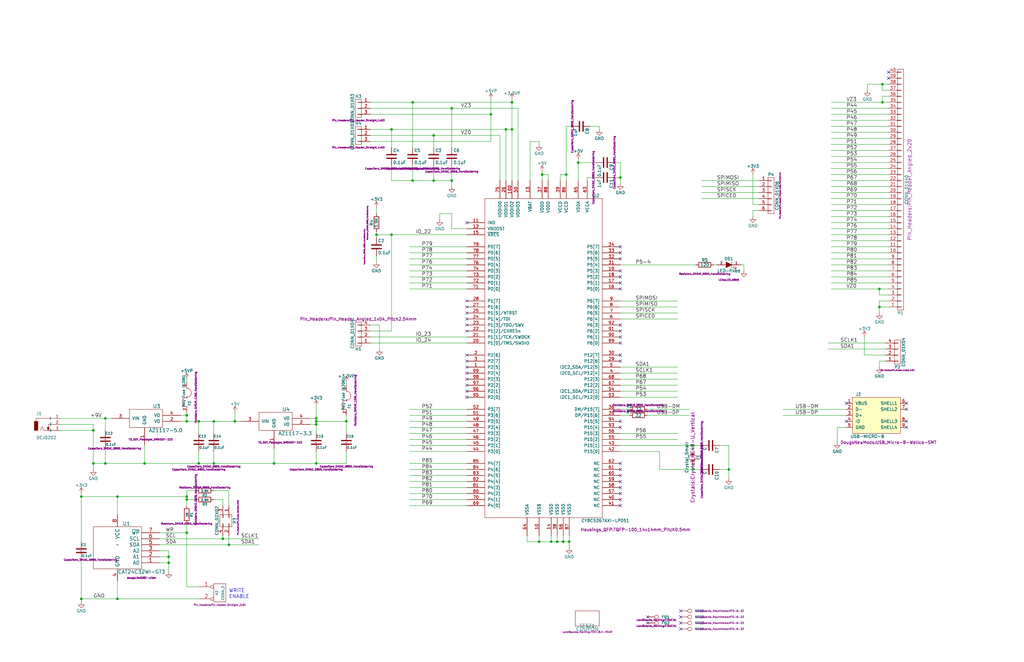
<source format=kicad_sch>
(kicad_sch (version 20211123) (generator eeschema)
  (paper "B")
  (title_block (title "ODAS-PSOC5 Card") (date "2022-09-04") (rev "X4"))
  (junction (at 370.84 129.54))
  (junction (at 182.88 57.15))
  (junction (at 115.57 195.58))
  (junction (at 90.17 195.58))
  (junction (at 39.37 195.58))
  (junction (at 34.29 252.73))
  (junction (at 227.33 228.6))
  (junction (at 60.96 195.58))
  (junction (at 173.99 76.2))
  (junction (at 190.5 76.2))
  (junction (at 215.9 43.18))
  (junction (at 237.49 228.6))
  (junction (at 207.01 48.26))
  (junction (at 44.45 176.53))
  (junction (at 240.03 228.6))
  (junction (at 133.35 176.53))
  (junction (at 165.1 54.61))
  (junction (at 182.88 76.2))
  (junction (at 238.76 73.66))
  (junction (at 34.29 209.55))
  (junction (at 243.84 68.58))
  (junction (at 133.35 177.8))
  (junction (at 158.75 99.06))
  (junction (at 78.74 210.82))
  (junction (at 292.1 187.96))
  (junction (at 93.98 227.33))
  (junction (at 190.5 45.72))
  (junction (at 49.53 209.55))
  (junction (at 78.74 177.8))
  (junction (at 372.11 43.18))
  (junction (at 307.34 198.12))
  (junction (at 213.36 54.61))
  (junction (at 90.17 177.8))
  (junction (at 215.9 54.61))
  (junction (at 39.37 181.61))
  (junction (at 78.74 175.26))
  (junction (at 261.62 74.93))
  (junction (at 370.84 121.92))
  (junction (at 49.53 252.73))
  (junction (at 232.41 228.6))
  (junction (at 78.74 224.79))
  (junction (at 173.99 43.18))
  (junction (at 372.11 35.56))
  (junction (at 96.52 229.87))
  (junction (at 146.05 177.8))
  (junction (at 133.35 179.07))
  (junction (at 99.06 177.8))
  (junction (at 83.82 195.58))
  (junction (at 292.1 198.12))
  (junction (at 71.12 237.49))
  (junction (at 133.35 195.58))
  (junction (at 165.1 99.06))
  (junction (at 44.45 195.58))
  (junction (at 83.82 177.8))
  (junction (at 234.95 228.6))
  (junction (at 78.74 209.55))
  (junction (at 228.6 73.66))
  (junction (at 71.12 234.95))
  (no_connect (at 261.62 109.22))
  (no_connect (at 287.02 262.89))
  (no_connect (at 196.85 152.4))
  (no_connect (at 196.85 154.94))
  (no_connect (at 374.65 33.02))
  (no_connect (at 382.27 170.18))
  (no_connect (at 261.62 208.28))
  (no_connect (at 196.85 160.02))
  (no_connect (at 261.62 139.7))
  (no_connect (at 287.02 260.35))
  (no_connect (at 261.62 177.8))
  (no_connect (at 273.05 260.35))
  (no_connect (at 261.62 116.84))
  (no_connect (at 196.85 127))
  (no_connect (at 261.62 144.78))
  (no_connect (at 261.62 213.36))
  (no_connect (at 261.62 106.68))
  (no_connect (at 382.27 177.8))
  (no_connect (at 261.62 195.58))
  (no_connect (at 196.85 165.1))
  (no_connect (at 261.62 180.34))
  (no_connect (at 261.62 200.66))
  (no_connect (at 196.85 129.54))
  (no_connect (at 261.62 149.86))
  (no_connect (at 382.27 172.72))
  (no_connect (at 261.62 137.16))
  (no_connect (at 261.62 210.82))
  (no_connect (at 261.62 152.4))
  (no_connect (at 196.85 167.64))
  (no_connect (at 196.85 139.7))
  (no_connect (at 287.02 265.43))
  (no_connect (at 261.62 114.3))
  (no_connect (at 196.85 162.56))
  (no_connect (at 196.85 137.16))
  (no_connect (at 382.27 180.34))
  (no_connect (at 273.05 262.89))
  (no_connect (at 287.02 257.81))
  (no_connect (at 374.65 30.48))
  (no_connect (at 356.87 170.18))
  (no_connect (at 261.62 203.2))
  (no_connect (at 196.85 134.62))
  (no_connect (at 356.87 177.8))
  (no_connect (at 261.62 119.38))
  (no_connect (at 261.62 198.12))
  (no_connect (at 261.62 104.14))
  (no_connect (at 196.85 93.98))
  (no_connect (at 196.85 149.86))
  (no_connect (at 261.62 121.92))
  (no_connect (at 196.85 132.08))
  (no_connect (at 261.62 142.24))
  (no_connect (at 196.85 157.48))
  (no_connect (at 261.62 205.74))
  (wire (pts (xy 172.72 187.96) (xy 196.85 187.96)))
  (wire (pts (xy 215.9 41.91) (xy 215.9 43.18)))
  (wire (pts (xy 317.5 86.36) (xy 317.5 73.66)))
  (wire (pts (xy 90.17 190.5) (xy 90.17 195.58)))
  (wire (pts (xy 227.33 226.06) (xy 227.33 228.6)))
  (wire (pts (xy 172.72 180.34) (xy 196.85 180.34)))
  (wire (pts (xy 82.55 210.82) (xy 78.74 210.82)))
  (wire (pts (xy 223.52 76.2) (xy 223.52 59.69)))
  (wire (pts (xy 215.9 54.61) (xy 215.9 76.2)))
  (wire (pts (xy 285.75 129.54) (xy 261.62 129.54)))
  (wire (pts (xy 372.11 43.18) (xy 374.65 43.18)))
  (wire (pts (xy 370.84 121.92) (xy 374.65 121.92)))
  (wire (pts (xy 172.72 200.66) (xy 196.85 200.66)))
  (wire (pts (xy 350.52 71.12) (xy 374.65 71.12)))
  (wire (pts (xy 78.74 220.98) (xy 78.74 224.79)))
  (wire (pts (xy 76.2 177.8) (xy 78.74 177.8)))
  (wire (pts (xy 44.45 181.61) (xy 44.45 176.53)))
  (wire (pts (xy 172.72 205.74) (xy 196.85 205.74)))
  (wire (pts (xy 350.52 63.5) (xy 374.65 63.5)))
  (wire (pts (xy 133.35 190.5) (xy 133.35 195.58)))
  (wire (pts (xy 350.52 43.18) (xy 372.11 43.18)))
  (wire (pts (xy 49.53 209.55) (xy 78.74 209.55)))
  (wire (pts (xy 25.4 176.53) (xy 44.45 176.53)))
  (wire (pts (xy 146.05 175.26) (xy 146.05 177.8)))
  (wire (pts (xy 243.84 68.58) (xy 243.84 76.2)))
  (wire (pts (xy 78.74 175.26) (xy 78.74 177.8)))
  (wire (pts (xy 190.5 45.72) (xy 218.44 45.72)))
  (wire (pts (xy 252.73 53.34) (xy 252.73 54.61)))
  (wire (pts (xy 158.75 99.06) (xy 165.1 99.06)))
  (wire (pts (xy 350.52 88.9) (xy 374.65 88.9)))
  (wire (pts (xy 320.04 78.74) (xy 295.91 78.74)))
  (wire (pts (xy 182.88 76.2) (xy 190.5 76.2)))
  (wire (pts (xy 165.1 54.61) (xy 156.21 54.61)))
  (wire (pts (xy 172.72 185.42) (xy 196.85 185.42)))
  (wire (pts (xy 93.98 210.82) (xy 93.98 213.36)))
  (wire (pts (xy 90.17 182.88) (xy 90.17 177.8)))
  (wire (pts (xy 78.74 247.65) (xy 83.82 247.65)))
  (wire (pts (xy 261.62 68.58) (xy 261.62 74.93)))
  (wire (pts (xy 78.74 161.29) (xy 78.74 160.02)))
  (wire (pts (xy 49.53 252.73) (xy 83.82 252.73)))
  (wire (pts (xy 165.1 76.2) (xy 173.99 76.2)))
  (wire (pts (xy 133.35 179.07) (xy 133.35 182.88)))
  (wire (pts (xy 60.96 195.58) (xy 83.82 195.58)))
  (wire (pts (xy 130.81 179.07) (xy 133.35 179.07)))
  (wire (pts (xy 350.52 68.58) (xy 374.65 68.58)))
  (wire (pts (xy 165.1 62.23) (xy 165.1 54.61)))
  (wire (pts (xy 172.72 175.26) (xy 196.85 175.26)))
  (wire (pts (xy 160.02 137.16) (xy 160.02 147.32)))
  (wire (pts (xy 365.76 35.56) (xy 365.76 38.1)))
  (wire (pts (xy 172.72 210.82) (xy 196.85 210.82)))
  (wire (pts (xy 231.14 73.66) (xy 228.6 73.66)))
  (wire (pts (xy 247.65 74.93) (xy 251.46 74.93)))
  (wire (pts (xy 96.52 226.06) (xy 96.52 229.87)))
  (wire (pts (xy 292.1 187.96) (xy 292.1 190.5)))
  (wire (pts (xy 303.53 187.96) (xy 307.34 187.96)))
  (wire (pts (xy 372.11 38.1) (xy 372.11 35.56)))
  (wire (pts (xy 350.52 50.8) (xy 374.65 50.8)))
  (wire (pts (xy 285.75 132.08) (xy 261.62 132.08)))
  (wire (pts (xy 370.84 129.54) (xy 370.84 132.08)))
  (wire (pts (xy 90.17 195.58) (xy 115.57 195.58)))
  (wire (pts (xy 133.35 177.8) (xy 146.05 177.8)))
  (wire (pts (xy 350.52 58.42) (xy 374.65 58.42)))
  (wire (pts (xy 93.98 226.06) (xy 93.98 227.33)))
  (wire (pts (xy 228.6 72.39) (xy 228.6 73.66)))
  (wire (pts (xy 39.37 181.61) (xy 39.37 195.58)))
  (wire (pts (xy 67.31 227.33) (xy 93.98 227.33)))
  (wire (pts (xy 146.05 195.58) (xy 146.05 190.5)))
  (wire (pts (xy 190.5 69.85) (xy 190.5 76.2)))
  (wire (pts (xy 172.72 177.8) (xy 196.85 177.8)))
  (wire (pts (xy 317.5 88.9) (xy 317.5 91.44)))
  (wire (pts (xy 146.05 177.8) (xy 146.05 182.88)))
  (wire (pts (xy 99.06 177.8) (xy 101.6 177.8)))
  (wire (pts (xy 165.1 69.85) (xy 165.1 76.2)))
  (wire (pts (xy 190.5 90.17) (xy 185.42 90.17)))
  (wire (pts (xy 165.1 99.06) (xy 196.85 99.06)))
  (wire (pts (xy 196.85 144.78) (xy 156.21 144.78)))
  (wire (pts (xy 76.2 175.26) (xy 78.74 175.26)))
  (wire (pts (xy 234.95 228.6) (xy 237.49 228.6)))
  (wire (pts (xy 172.72 109.22) (xy 196.85 109.22)))
  (wire (pts (xy 350.52 93.98) (xy 374.65 93.98)))
  (wire (pts (xy 172.72 195.58) (xy 196.85 195.58)))
  (wire (pts (xy 350.52 83.82) (xy 374.65 83.82)))
  (wire (pts (xy 261.62 74.93) (xy 261.62 77.47)))
  (wire (pts (xy 222.25 228.6) (xy 227.33 228.6)))
  (wire (pts (xy 261.62 111.76) (xy 293.37 111.76)))
  (wire (pts (xy 173.99 43.18) (xy 215.9 43.18)))
  (wire (pts (xy 236.22 76.2) (xy 236.22 73.66)))
  (wire (pts (xy 350.52 111.76) (xy 374.65 111.76)))
  (wire (pts (xy 237.49 226.06) (xy 237.49 228.6)))
  (wire (pts (xy 44.45 176.53) (xy 46.99 176.53)))
  (wire (pts (xy 34.29 252.73) (xy 49.53 252.73)))
  (wire (pts (xy 261.62 185.42) (xy 285.75 185.42)))
  (wire (pts (xy 278.13 198.12) (xy 278.13 190.5)))
  (wire (pts (xy 44.45 189.23) (xy 44.45 195.58)))
  (wire (pts (xy 278.13 190.5) (xy 261.62 190.5)))
  (wire (pts (xy 133.35 176.53) (xy 133.35 177.8)))
  (wire (pts (xy 236.22 73.66) (xy 238.76 73.66)))
  (wire (pts (xy 115.57 195.58) (xy 133.35 195.58)))
  (wire (pts (xy 273.05 175.26) (xy 290.83 175.26)))
  (wire (pts (xy 172.72 208.28) (xy 196.85 208.28)))
  (wire (pts (xy 350.52 96.52) (xy 374.65 96.52)))
  (wire (pts (xy 78.74 209.55) (xy 78.74 210.82)))
  (wire (pts (xy 350.52 86.36) (xy 374.65 86.36)))
  (wire (pts (xy 261.62 154.94) (xy 285.75 154.94)))
  (wire (pts (xy 350.52 66.04) (xy 374.65 66.04)))
  (wire (pts (xy 350.52 48.26) (xy 374.65 48.26)))
  (wire (pts (xy 218.44 45.72) (xy 218.44 76.2)))
  (wire (pts (xy 350.52 101.6) (xy 374.65 101.6)))
  (wire (pts (xy 172.72 116.84) (xy 196.85 116.84)))
  (wire (pts (xy 307.34 187.96) (xy 307.34 198.12)))
  (wire (pts (xy 78.74 224.79) (xy 78.74 247.65)))
  (wire (pts (xy 83.82 177.8) (xy 90.17 177.8)))
  (wire (pts (xy 370.84 129.54) (xy 374.65 129.54)))
  (wire (pts (xy 215.9 54.61) (xy 213.36 54.61)))
  (wire (pts (xy 156.21 142.24) (xy 196.85 142.24)))
  (wire (pts (xy 83.82 190.5) (xy 83.82 195.58)))
  (wire (pts (xy 238.76 73.66) (xy 238.76 76.2)))
  (wire (pts (xy 237.49 228.6) (xy 240.03 228.6)))
  (wire (pts (xy 133.35 177.8) (xy 133.35 179.07)))
  (wire (pts (xy 115.57 195.58) (xy 115.57 189.23)))
  (wire (pts (xy 373.38 152.4) (xy 370.84 152.4)))
  (wire (pts (xy 173.99 62.23) (xy 173.99 43.18)))
  (wire (pts (xy 261.62 182.88) (xy 285.75 182.88)))
  (wire (pts (xy 243.84 67.31) (xy 243.84 68.58)))
  (wire (pts (xy 207.01 59.69) (xy 156.21 59.69)))
  (wire (pts (xy 350.52 114.3) (xy 374.65 114.3)))
  (wire (pts (xy 374.65 127) (xy 370.84 127)))
  (wire (pts (xy 350.52 119.38) (xy 374.65 119.38)))
  (wire (pts (xy 350.52 109.22) (xy 374.65 109.22)))
  (wire (pts (xy 172.72 203.2) (xy 196.85 203.2)))
  (wire (pts (xy 247.65 76.2) (xy 247.65 74.93)))
  (wire (pts (xy 349.25 147.32) (xy 373.38 147.32)))
  (wire (pts (xy 34.29 252.73) (xy 34.29 254)))
  (wire (pts (xy 146.05 162.56) (xy 146.05 161.29)))
  (wire (pts (xy 261.62 172.72) (xy 265.43 172.72)))
  (wire (pts (xy 227.33 59.69) (xy 227.33 60.96)))
  (wire (pts (xy 172.72 114.3) (xy 196.85 114.3)))
  (wire (pts (xy 185.42 90.17) (xy 185.42 92.71)))
  (wire (pts (xy 350.52 99.06) (xy 374.65 99.06)))
  (wire (pts (xy 67.31 237.49) (xy 71.12 237.49)))
  (wire (pts (xy 292.1 198.12) (xy 295.91 198.12)))
  (wire (pts (xy 356.87 180.34) (xy 353.06 180.34)))
  (wire (pts (xy 213.36 54.61) (xy 165.1 54.61)))
  (wire (pts (xy 261.62 187.96) (xy 292.1 187.96)))
  (wire (pts (xy 353.06 180.34) (xy 353.06 186.69)))
  (wire (pts (xy 295.91 83.82) (xy 320.04 83.82)))
  (wire (pts (xy 238.76 53.34) (xy 238.76 73.66)))
  (wire (pts (xy 350.52 76.2) (xy 374.65 76.2)))
  (wire (pts (xy 99.06 173.99) (xy 99.06 177.8)))
  (wire (pts (xy 190.5 96.52) (xy 196.85 96.52)))
  (wire (pts (xy 182.88 57.15) (xy 210.82 57.15)))
  (wire (pts (xy 172.72 106.68) (xy 196.85 106.68)))
  (wire (pts (xy 228.6 73.66) (xy 228.6 76.2)))
  (wire (pts (xy 156.21 57.15) (xy 182.88 57.15)))
  (wire (pts (xy 71.12 234.95) (xy 71.12 237.49)))
  (wire (pts (xy 44.45 195.58) (xy 60.96 195.58)))
  (wire (pts (xy 49.53 209.55) (xy 49.53 217.17)))
  (wire (pts (xy 350.52 81.28) (xy 374.65 81.28)))
  (wire (pts (xy 172.72 182.88) (xy 196.85 182.88)))
  (wire (pts (xy 259.08 68.58) (xy 261.62 68.58)))
  (wire (pts (xy 320.04 88.9) (xy 317.5 88.9)))
  (wire (pts (xy 78.74 177.8) (xy 83.82 177.8)))
  (wire (pts (xy 231.14 76.2) (xy 231.14 73.66)))
  (wire (pts (xy 278.13 198.12) (xy 292.1 198.12)))
  (wire (pts (xy 320.04 81.28) (xy 295.91 81.28)))
  (wire (pts (xy 364.49 149.86) (xy 364.49 142.24)))
  (wire (pts (xy 34.29 209.55) (xy 49.53 209.55)))
  (wire (pts (xy 156.21 45.72) (xy 190.5 45.72)))
  (wire (pts (xy 133.35 195.58) (xy 146.05 195.58)))
  (wire (pts (xy 90.17 207.01) (xy 96.52 207.01)))
  (wire (pts (xy 350.52 78.74) (xy 374.65 78.74)))
  (wire (pts (xy 83.82 195.58) (xy 90.17 195.58)))
  (wire (pts (xy 261.62 162.56) (xy 285.75 162.56)))
  (wire (pts (xy 158.75 90.17) (xy 158.75 87.63)))
  (wire (pts (xy 312.42 111.76) (xy 313.69 111.76)))
  (wire (pts (xy 292.1 187.96) (xy 295.91 187.96)))
  (wire (pts (xy 261.62 175.26) (xy 265.43 175.26)))
  (wire (pts (xy 248.92 53.34) (xy 252.73 53.34)))
  (wire (pts (xy 39.37 179.07) (xy 39.37 181.61)))
  (wire (pts (xy 223.52 59.69) (xy 227.33 59.69)))
  (wire (pts (xy 182.88 76.2) (xy 182.88 69.85)))
  (wire (pts (xy 350.52 55.88) (xy 374.65 55.88)))
  (wire (pts (xy 158.75 107.95) (xy 158.75 110.49)))
  (wire (pts (xy 67.31 224.79) (xy 78.74 224.79)))
  (wire (pts (xy 190.5 62.23) (xy 190.5 45.72)))
  (wire (pts (xy 350.52 91.44) (xy 374.65 91.44)))
  (wire (pts (xy 374.65 124.46) (xy 370.84 124.46)))
  (wire (pts (xy 240.03 228.6) (xy 240.03 231.14)))
  (wire (pts (xy 307.34 198.12) (xy 307.34 201.93)))
  (wire (pts (xy 172.72 190.5) (xy 196.85 190.5)))
  (wire (pts (xy 34.29 209.55) (xy 34.29 228.6)))
  (wire (pts (xy 349.25 144.78) (xy 373.38 144.78)))
  (wire (pts (xy 96.52 229.87) (xy 109.22 229.87)))
  (wire (pts (xy 251.46 68.58) (xy 243.84 68.58)))
  (wire (pts (xy 350.52 104.14) (xy 374.65 104.14)))
  (wire (pts (xy 370.84 152.4) (xy 370.84 154.94)))
  (wire (pts (xy 350.52 106.68) (xy 374.65 106.68)))
  (wire (pts (xy 96.52 207.01) (xy 96.52 213.36)))
  (wire (pts (xy 330.2 172.72) (xy 356.87 172.72)))
  (wire (pts (xy 350.52 53.34) (xy 374.65 53.34)))
  (wire (pts (xy 259.08 74.93) (xy 261.62 74.93)))
  (wire (pts (xy 78.74 173.99) (xy 78.74 175.26)))
  (wire (pts (xy 238.76 53.34) (xy 241.3 53.34)))
  (wire (pts (xy 232.41 228.6) (xy 232.41 226.06)))
  (wire (pts (xy 292.1 195.58) (xy 292.1 198.12)))
  (wire (pts (xy 83.82 182.88) (xy 83.82 177.8)))
  (wire (pts (xy 320.04 86.36) (xy 317.5 86.36)))
  (wire (pts (xy 90.17 210.82) (xy 93.98 210.82)))
  (wire (pts (xy 39.37 195.58) (xy 39.37 198.12)))
  (wire (pts (xy 71.12 237.49) (xy 71.12 241.3)))
  (wire (pts (xy 261.62 157.48) (xy 285.75 157.48)))
  (wire (pts (xy 173.99 76.2) (xy 182.88 76.2)))
  (wire (pts (xy 234.95 226.06) (xy 234.95 228.6)))
  (wire (pts (xy 190.5 76.2) (xy 190.5 78.74)))
  (wire (pts (xy 374.65 38.1) (xy 372.11 38.1)))
  (wire (pts (xy 172.72 111.76) (xy 196.85 111.76)))
  (wire (pts (xy 25.4 179.07) (xy 39.37 179.07)))
  (wire (pts (xy 172.72 213.36) (xy 196.85 213.36)))
  (wire (pts (xy 172.72 104.14) (xy 196.85 104.14)))
  (wire (pts (xy 261.62 127) (xy 285.75 127)))
  (wire (pts (xy 372.11 35.56) (xy 374.65 35.56)))
  (wire (pts (xy 215.9 43.18) (xy 215.9 54.61)))
  (wire (pts (xy 261.62 134.62) (xy 285.75 134.62)))
  (wire (pts (xy 71.12 232.41) (xy 71.12 234.95)))
  (wire (pts (xy 67.31 229.87) (xy 96.52 229.87)))
  (wire (pts (xy 261.62 167.64) (xy 285.75 167.64)))
  (wire (pts (xy 156.21 48.26) (xy 207.01 48.26)))
  (wire (pts (xy 350.52 73.66) (xy 374.65 73.66)))
  (wire (pts (xy 172.72 121.92) (xy 196.85 121.92)))
  (wire (pts (xy 158.75 97.79) (xy 158.75 99.06)))
  (wire (pts (xy 365.76 35.56) (xy 372.11 35.56)))
  (wire (pts (xy 156.21 43.18) (xy 173.99 43.18)))
  (wire (pts (xy 34.29 208.28) (xy 34.29 209.55)))
  (wire (pts (xy 158.75 99.06) (xy 158.75 100.33)))
  (wire (pts (xy 67.31 234.95) (xy 71.12 234.95)))
  (wire (pts (xy 190.5 96.52) (xy 190.5 90.17)))
  (wire (pts (xy 222.25 228.6) (xy 222.25 226.06)))
  (wire (pts (xy 172.72 172.72) (xy 196.85 172.72)))
  (wire (pts (xy 313.69 111.76) (xy 313.69 114.3)))
  (wire (pts (xy 261.62 165.1) (xy 285.75 165.1)))
  (wire (pts (xy 295.91 76.2) (xy 320.04 76.2)))
  (wire (pts (xy 25.4 181.61) (xy 39.37 181.61)))
  (wire (pts (xy 350.52 45.72) (xy 374.65 45.72)))
  (wire (pts (xy 373.38 149.86) (xy 364.49 149.86)))
  (wire (pts (xy 370.84 124.46) (xy 370.84 121.92)))
  (wire (pts (xy 49.53 245.11) (xy 49.53 252.73)))
  (wire (pts (xy 232.41 228.6) (xy 234.95 228.6)))
  (wire (pts (xy 173.99 69.85) (xy 173.99 76.2)))
  (wire (pts (xy 130.81 176.53) (xy 133.35 176.53)))
  (wire (pts (xy 172.72 198.12) (xy 196.85 198.12)))
  (wire (pts (xy 165.1 139.7) (xy 156.21 139.7)))
  (wire (pts (xy 240.03 226.06) (xy 240.03 228.6)))
  (wire (pts (xy 133.35 171.45) (xy 133.35 176.53)))
  (wire (pts (xy 372.11 40.64) (xy 372.11 43.18)))
  (wire (pts (xy 370.84 127) (xy 370.84 129.54)))
  (wire (pts (xy 350.52 121.92) (xy 370.84 121.92)))
  (wire (pts (xy 78.74 207.01) (xy 78.74 209.55)))
  (wire (pts (xy 34.29 236.22) (xy 34.29 252.73)))
  (wire (pts (xy 90.17 177.8) (xy 99.06 177.8)))
  (wire (pts (xy 156.21 137.16) (xy 160.02 137.16)))
  (wire (pts (xy 207.01 41.91) (xy 207.01 48.26)))
  (wire (pts (xy 213.36 54.61) (xy 213.36 76.2)))
  (wire (pts (xy 261.62 160.02) (xy 285.75 160.02)))
  (wire (pts (xy 300.99 111.76) (xy 302.26 111.76)))
  (wire (pts (xy 210.82 57.15) (xy 210.82 76.2)))
  (wire (pts (xy 227.33 228.6) (xy 232.41 228.6)))
  (wire (pts (xy 182.88 62.23) (xy 182.88 57.15)))
  (wire (pts (xy 350.52 60.96) (xy 374.65 60.96)))
  (wire (pts (xy 39.37 195.58) (xy 44.45 195.58)))
  (wire (pts (xy 374.65 40.64) (xy 372.11 40.64)))
  (wire (pts (xy 350.52 116.84) (xy 374.65 116.84)))
  (wire (pts (xy 356.87 175.26) (xy 330.2 175.26)))
  (wire (pts (xy 303.53 198.12) (xy 307.34 198.12)))
  (wire (pts (xy 82.55 207.01) (xy 78.74 207.01)))
  (wire (pts (xy 78.74 210.82) (xy 78.74 213.36)))
  (wire (pts (xy 67.31 232.41) (xy 71.12 232.41)))
  (wire (pts (xy 165.1 99.06) (xy 165.1 139.7)))
  (wire (pts (xy 273.05 172.72) (xy 290.83 172.72)))
  (wire (pts (xy 93.98 227.33) (xy 109.22 227.33)))
  (wire (pts (xy 60.96 187.96) (xy 60.96 195.58)))
  (wire (pts (xy 207.01 48.26) (xy 207.01 59.69)))
  (wire (pts (xy 172.72 119.38) (xy 196.85 119.38)))
  (text "WRITE\nENABLE" (at 96.52 252.73 0) (effects (font (size 1.524 1.524)) (justify left bottom)))
  (label "P80" (at 177.8 208.28 0) (effects (font (size 1.524 1.524))))
  (label "P67" (at 267.97 162.56 0) (effects (font (size 1.524 1.524))))
  (label "SPISCK" (at 302.26 81.28 0) (effects (font (size 1.524 1.524))))
  (label "P45" (at 177.8 187.96 0) (effects (font (size 1.524 1.524))))
  (label "P76" (at 177.8 111.76 0) (effects (font (size 1.524 1.524))))
  (label "P44" (at 356.87 45.72 0) (effects (font (size 1.524 1.524))))
  (label "P56" (at 356.87 73.66 0) (effects (font (size 1.524 1.524))))
  (label "P49" (at 356.87 58.42 0) (effects (font (size 1.524 1.524))))
  (label "P49" (at 177.8 177.8 0) (effects (font (size 1.524 1.524))))
  (label "P79" (at 177.8 104.14 0) (effects (font (size 1.524 1.524))))
  (label "P51" (at 177.8 175.26 0) (effects (font (size 1.524 1.524))))
  (label "P78" (at 177.8 106.68 0) (effects (font (size 1.524 1.524))))
  (label "SPICE0" (at 267.97 134.62 0) (effects (font (size 1.524 1.524))))
  (label "P71" (at 177.8 121.92 0) (effects (font (size 1.524 1.524))))
  (label "SDA" (at 69.85 229.87 0) (effects (font (size 1.524 1.524))))
  (label "WR" (at 69.85 224.79 0) (effects (font (size 1.524 1.524))))
  (label "P67" (at 356.87 76.2 0) (effects (font (size 1.524 1.524))))
  (label "P54" (at 267.97 165.1 0) (effects (font (size 1.524 1.524))))
  (label "P53" (at 356.87 66.04 0) (effects (font (size 1.524 1.524))))
  (label "P82" (at 177.8 203.2 0) (effects (font (size 1.524 1.524))))
  (label "VZ3" (at 356.87 43.18 0) (effects (font (size 1.524 1.524))))
  (label "P78" (at 356.87 101.6 0) (effects (font (size 1.524 1.524))))
  (label "P48" (at 177.8 180.34 0) (effects (font (size 1.524 1.524))))
  (label "P52" (at 177.8 172.72 0) (effects (font (size 1.524 1.524))))
  (label "P70" (at 356.87 83.82 0) (effects (font (size 1.524 1.524))))
  (label "SPIMISO" (at 302.26 78.74 0) (effects (font (size 1.524 1.524))))
  (label "USB-DP" (at 335.28 175.26 0) (effects (font (size 1.524 1.524))))
  (label "P81" (at 356.87 109.22 0) (effects (font (size 1.524 1.524))))
  (label "USB-DM" (at 335.28 172.72 0) (effects (font (size 1.524 1.524))))
  (label "P83" (at 356.87 114.3 0) (effects (font (size 1.524 1.524))))
  (label "SPISCK" (at 267.97 132.08 0) (effects (font (size 1.524 1.524))))
  (label "P73" (at 356.87 91.44 0) (effects (font (size 1.524 1.524))))
  (label "IO_24" (at 175.26 144.78 0) (effects (font (size 1.524 1.524))))
  (label "P74" (at 356.87 93.98 0) (effects (font (size 1.524 1.524))))
  (label "P73" (at 177.8 116.84 0) (effects (font (size 1.524 1.524))))
  (label "P81" (at 177.8 205.74 0) (effects (font (size 1.524 1.524))))
  (label "P77" (at 177.8 109.22 0) (effects (font (size 1.524 1.524))))
  (label "VZ0" (at 194.31 57.15 0) (effects (font (size 1.524 1.524))))
  (label "SCLK1" (at 101.6 227.33 0) (effects (font (size 1.524 1.524))))
  (label "P85" (at 356.87 119.38 0) (effects (font (size 1.524 1.524))))
  (label "P46" (at 356.87 50.8 0) (effects (font (size 1.524 1.524))))
  (label "P54" (at 356.87 68.58 0) (effects (font (size 1.524 1.524))))
  (label "SPIMOSI" (at 302.26 76.2 0) (effects (font (size 1.524 1.524))))
  (label "SCL" (at 69.85 227.33 0) (effects (font (size 1.524 1.524))))
  (label "P84" (at 177.8 198.12 0) (effects (font (size 1.524 1.524))))
  (label "P69" (at 356.87 81.28 0) (effects (font (size 1.524 1.524))))
  (label "P77" (at 356.87 99.06 0) (effects (font (size 1.524 1.524))))
  (label "IO_22" (at 175.26 99.06 0) (effects (font (size 1.524 1.524))))
  (label "P5-4" (at 267.97 111.76 0) (effects (font (size 1.524 1.524))))
  (label "P71" (at 356.87 86.36 0) (effects (font (size 1.524 1.524))))
  (label "+9V" (at 38.1 176.53 0) (effects (font (size 1.524 1.524))))
  (label "P55" (at 267.97 185.42 0) (effects (font (size 1.524 1.524))))
  (label "P70" (at 177.8 210.82 0) (effects (font (size 1.524 1.524))))
  (label "VZ0" (at 356.87 121.92 0) (effects (font (size 1.524 1.524))))
  (label "VZ3" (at 194.31 45.72 0) (effects (font (size 1.524 1.524))))
  (label "P51" (at 356.87 60.96 0) (effects (font (size 1.524 1.524))))
  (label "SPIMOSI" (at 267.97 127 0) (effects (font (size 1.524 1.524))))
  (label "P44" (at 177.8 190.5 0) (effects (font (size 1.524 1.524))))
  (label "P47" (at 177.8 182.88 0) (effects (font (size 1.524 1.524))))
  (label "P53" (at 267.97 167.64 0) (effects (font (size 1.524 1.524))))
  (label "SDA1" (at 354.33 147.32 0) (effects (font (size 1.524 1.524))))
  (label "P46" (at 177.8 185.42 0) (effects (font (size 1.524 1.524))))
  (label "P83" (at 177.8 200.66 0) (effects (font (size 1.524 1.524))))
  (label "P68" (at 356.87 78.74 0) (effects (font (size 1.524 1.524))))
  (label "SDA1" (at 267.97 154.94 0) (effects (font (size 1.524 1.524))))
  (label "P69" (at 177.8 213.36 0) (effects (font (size 1.524 1.524))))
  (label "P52" (at 356.87 63.5 0) (effects (font (size 1.524 1.524))))
  (label "USB-DM" (at 276.86 172.72 0) (effects (font (size 1.524 1.524))))
  (label "GND" (at 39.37 252.73 0) (effects (font (size 1.524 1.524))))
  (label "P84" (at 356.87 116.84 0) (effects (font (size 1.524 1.524))))
  (label "P48" (at 356.87 55.88 0) (effects (font (size 1.524 1.524))))
  (label "IO_23" (at 175.26 142.24 0) (effects (font (size 1.524 1.524))))
  (label "P76" (at 356.87 96.52 0) (effects (font (size 1.524 1.524))))
  (label "P68" (at 267.97 160.02 0) (effects (font (size 1.524 1.524))))
  (label "SCLK1" (at 354.33 144.78 0) (effects (font (size 1.524 1.524))))
  (label "SDA1" (at 101.6 229.87 0) (effects (font (size 1.524 1.524))))
  (label "P45" (at 356.87 48.26 0) (effects (font (size 1.524 1.524))))
  (label "P85" (at 177.8 195.58 0) (effects (font (size 1.524 1.524))))
  (label "P55" (at 356.87 71.12 0) (effects (font (size 1.524 1.524))))
  (label "SPIMISO" (at 267.97 129.54 0) (effects (font (size 1.524 1.524))))
  (label "P82" (at 356.87 111.76 0) (effects (font (size 1.524 1.524))))
  (label "SPICE0" (at 302.26 83.82 0) (effects (font (size 1.524 1.524))))
  (label "P47" (at 356.87 53.34 0) (effects (font (size 1.524 1.524))))
  (label "P72" (at 356.87 88.9 0) (effects (font (size 1.524 1.524))))
  (label "P74" (at 177.8 114.3 0) (effects (font (size 1.524 1.524))))
  (label "USB-DP" (at 276.86 175.26 0) (effects (font (size 1.524 1.524))))
  (label "SCLK1" (at 267.97 157.48 0) (effects (font (size 1.524 1.524))))
  (label "P72" (at 177.8 119.38 0) (effects (font (size 1.524 1.524))))
  (label "P56" (at 267.97 182.88 0) (effects (font (size 1.524 1.524))))
  (label "P80" (at 356.87 106.68 0) (effects (font (size 1.524 1.524))))
  (label "P79" (at 356.87 104.14 0) (effects (font (size 1.524 1.524))))
  (symbol (lib_id "ODAS-PSOC5-rescue:FUSE") (at 78.74 167.64 270) (unit 1)
    (property "Reference" "F2" (at 80.01 170.18 0) (effects (font (size 1.016 1.016))))
    (property "Value" "Poly Fuse (1206)" (at 77.47 165.1 0) (effects (font (size 1.016 1.016))))
    (property "Footprint" "Resistors_SMD:R_1206_HandSoldering" (at 82.55 167.64 0) (effects (font (size 0.762 0.762))))
    (property "Datasheet" "~" (at 78.74 167.64 0) (effects (font (size 1.524 1.524))))
  )
  (symbol (lib_id "ODAS-PSOC5-rescue:COUPON") (at 247.65 264.16 0) (unit 1)
    (property "Reference" "TEST1" (at 247.65 264.16 0) (effects (font (size 1.524 1.524))))
    (property "Value" "COUPON" (at 247.65 265.43 0) (effects (font (size 1.524 1.524))))
    (property "Footprint" "LandBoards_Marking:TEST_BLK-REAR" (at 247.65 266.7 0) (effects (font (size 0.762 0.762))))
    (property "Datasheet" "~" (at 247.65 264.16 0) (effects (font (size 1.524 1.524))))
  )
  (symbol (lib_id "ODAS-PSOC5-rescue:CONN_1") (at 290.83 265.43 0) (unit 1)
    (property "Reference" "MTG4" (at 292.862 265.43 0) (effects (font (size 1.016 1.016)) (justify left)))
    (property "Value" "CONN_1" (effects hide))
    (property "Footprint" "LandBoards_MountHoles:MTG-6-32" (at 303.53 265.43 0) (effects (font (size 0.762 0.762))))
  )
  (symbol (lib_id "ODAS-PSOC5-rescue:CONN_1") (at 290.83 262.89 0) (unit 1)
    (property "Reference" "MTG3" (at 292.862 262.89 0) (effects (font (size 1.016 1.016)) (justify left)))
    (property "Value" "CONN_1" (effects hide))
    (property "Footprint" "LandBoards_MountHoles:MTG-6-32" (at 303.53 262.89 0) (effects (font (size 0.762 0.762))))
  )
  (symbol (lib_id "ODAS-PSOC5-rescue:CONN_1") (at 290.83 260.35 0) (unit 1)
    (property "Reference" "MTG2" (at 292.862 260.35 0) (effects (font (size 1.016 1.016)) (justify left)))
    (property "Value" "CONN_1" (effects hide))
    (property "Footprint" "LandBoards_MountHoles:MTG-6-32" (at 303.53 260.35 0) (effects (font (size 0.762 0.762))))
  )
  (symbol (lib_id "ODAS-PSOC5-rescue:CONN_1") (at 290.83 257.81 0) (unit 1)
    (property "Reference" "MTG1" (at 292.862 257.81 0) (effects (font (size 1.016 1.016)) (justify left)))
    (property "Value" "CONN_1" (effects hide))
    (property "Footprint" "LandBoards_MountHoles:MTG-6-32" (at 303.53 257.81 0) (effects (font (size 0.762 0.762))))
  )
  (symbol (lib_id "ODAS-PSOC5-rescue:R-RESCUE-ODAS-PSOC5") (at 78.74 217.17 0) (unit 1)
    (property "Reference" "R1" (at 80.772 217.17 90) (effects (font (size 1.016 1.016))))
    (property "Value" "1K" (at 78.9178 217.1446 90) (effects (font (size 1.016 1.016))))
    (property "Footprint" "Resistors_SMD:R_0805_HandSoldering" (at 78.74 220.98 0) (effects (font (size 0.762 0.762))))
    (property "Datasheet" "~" (at 78.74 217.17 0) (effects (font (size 0.762 0.762))))
  )
  (symbol (lib_id "ODAS-PSOC5-rescue:24C512") (at 49.53 229.87 0) (unit 1)
    (property "Reference" "U1" (at 53.34 220.98 0) (effects (font (size 1.524 1.524))))
    (property "Value" "CAT24C32WI-GT3" (at 59.69 241.3 0) (effects (font (size 1.524 1.524))))
    (property "Footprint" "dougsLib:SO8E-wider" (at 59.69 243.84 0) (effects (font (size 0.762 0.762))))
    (property "Datasheet" "~" (at 49.53 229.87 0) (effects (font (size 1.524 1.524))))
  )
  (symbol (lib_id "ODAS-PSOC5-rescue:FUSE") (at 146.05 168.91 270) (unit 1)
    (property "Reference" "F1" (at 147.32 171.45 0) (effects (font (size 1.016 1.016))))
    (property "Value" "Poly Fuse (1206)" (at 144.78 166.37 0) (effects (font (size 1.016 1.016))))
    (property "Footprint" "Resistors_SMD:R_1206_HandSoldering" (at 149.86 168.91 0) (effects (font (size 0.762 0.762))))
    (property "Datasheet" "~" (at 146.05 168.91 0) (effects (font (size 1.524 1.524))))
  )
  (symbol (lib_id "ODAS-PSOC5-rescue:C-RESCUE-ODAS-PSOC5") (at 34.29 232.41 0) (unit 1)
    (property "Reference" "C1" (at 34.29 229.87 0) (effects (font (size 1.016 1.016)) (justify left)))
    (property "Value" "0.1uF" (at 34.4424 234.569 0) (effects (font (size 1.016 1.016)) (justify left)))
    (property "Footprint" "Capacitors_SMD:C_0805_HandSoldering" (at 38.1 236.22 0) (effects (font (size 0.762 0.762))))
    (property "Datasheet" "~" (at 34.29 232.41 0) (effects (font (size 1.524 1.524))))
  )
  (symbol (lib_id "ODAS-PSOC5-rescue:CONN_1") (at 276.86 260.35 0) (unit 1)
    (property "Reference" "FID1" (at 278.892 260.35 0) (effects (font (size 1.016 1.016)) (justify left)))
    (property "Value" "CONN_1" (effects hide))
    (property "Footprint" "LandBoards_Marking:FIDUCIAL" (at 276.86 261.62 0) (effects (font (size 0.762 0.762))))
  )
  (symbol (lib_id "ODAS-PSOC5-rescue:CONN_1") (at 276.86 262.89 0) (unit 1)
    (property "Reference" "FID2" (at 278.892 262.89 0) (effects (font (size 1.016 1.016)) (justify left)))
    (property "Value" "CONN_1" (effects hide))
    (property "Footprint" "LandBoards_Marking:FIDUCIAL" (at 276.86 264.16 0) (effects (font (size 0.762 0.762))))
  )
  (symbol (lib_id "ODAS-PSOC5-rescue:R-RESCUE-ODAS-PSOC5") (at 86.36 207.01 270) (unit 1)
    (property "Reference" "R2" (at 86.36 209.042 90) (effects (font (size 1.016 1.016))))
    (property "Value" "3.9K" (at 86.3854 207.1878 90) (effects (font (size 1.016 1.016))))
    (property "Footprint" "Resistors_SMD:R_0805_HandSoldering" (at 86.36 205.74 90) (effects (font (size 0.762 0.762))))
    (property "Datasheet" "~" (at 86.36 207.01 0) (effects (font (size 0.762 0.762))))
  )
  (symbol (lib_id "ODAS-PSOC5-rescue:R-RESCUE-ODAS-PSOC5") (at 86.36 210.82 270) (unit 1)
    (property "Reference" "R3" (at 86.36 212.852 90) (effects (font (size 1.016 1.016))))
    (property "Value" "3.9K" (at 86.3854 210.9978 90) (effects (font (size 1.016 1.016))))
    (property "Footprint" "Resistors_SMD:R_0805_HandSoldering" (at 82.55 210.82 0) (effects (font (size 0.762 0.762))))
    (property "Datasheet" "~" (at 86.36 210.82 0) (effects (font (size 0.762 0.762))))
  )
  (symbol (lib_id "ODAS-PSOC5-rescue:GND-RESCUE-ODAS-PSOC5") (at 71.12 241.3 0) (unit 1)
    (property "Reference" "#PWR01" (effects hide))
    (property "Value" "GND" (effects hide))
  )
  (symbol (lib_id "ODAS-PSOC5-rescue:CONN_2") (at 92.71 250.19 0) (unit 1)
    (property "Reference" "H2" (at 91.44 250.19 90) (effects (font (size 1.016 1.016))))
    (property "Value" "CONN_2" (at 93.98 250.19 90) (effects (font (size 1.016 1.016))))
    (property "Footprint" "Pin_Headers:Pin_Header_Straight_2x01" (at 92.71 255.27 0) (effects (font (size 0.762 0.762))))
  )
  (symbol (lib_id "ODAS-PSOC5-rescue:CY8C5888AXI-LP096") (at 231.14 151.13 0) (unit 1)
    (property "Reference" "U2" (at 251.46 82.55 0))
    (property "Value" "CY8C5267AXI-LP051" (at 255.27 219.71 0))
    (property "Footprint" "Housings_QFP:TQFP-100_14x14mm_Pitch0.5mm" (at 267.97 223.52 0))
    (property "Datasheet" "DOCUMENTATION" (effects hide))
  )
  (symbol (lib_id "ODAS-PSOC5-rescue:GND-RESCUE-ODAS-PSOC5") (at 160.02 147.32 0) (unit 1)
    (property "Reference" "#PWR02" (effects hide))
    (property "Value" "GND" (at 160.02 151.13 0))
  )
  (symbol (lib_id "ODAS-PSOC5-rescue:GND-RESCUE-ODAS-PSOC5") (at 240.03 231.14 0) (unit 1)
    (property "Reference" "#PWR03" (effects hide))
    (property "Value" "GND" (at 240.03 234.95 0))
  )
  (symbol (lib_id "ODAS-PSOC5-rescue:+3.3V-RESCUE-ODAS-PSOC5") (at 133.35 171.45 0) (unit 1)
    (property "Reference" "#PWR04" (effects hide))
    (property "Value" "+3.3V" (at 133.35 167.894 0))
  )
  (symbol (lib_id "ODAS-PSOC5-rescue:CONN_01X03") (at 151.13 57.15 0) (mirror y) (unit 1)
    (property "Reference" "H4" (at 151.13 52.07 0))
    (property "Value" "CONN_01X03" (at 148.59 57.15 90))
    (property "Footprint" "Pin_Headers:Pin_Header_Straight_1x03" (at 151.13 62.23 0) (effects (font (size 0.762 0.762))))
  )
  (symbol (lib_id "power:+5V") (at 228.6 72.39 0) (unit 1)
    (property "Reference" "#PWR05" (effects hide))
    (property "Value" "+5V" (at 228.6 68.834 0))
  )
  (symbol (lib_id "ODAS-PSOC5-rescue:GND-RESCUE-ODAS-PSOC5") (at 252.73 54.61 0) (unit 1)
    (property "Reference" "#PWR06" (effects hide))
    (property "Value" "GND" (at 252.73 58.42 0))
  )
  (symbol (lib_id "ODAS-PSOC5-rescue:GND-RESCUE-ODAS-PSOC5") (at 185.42 92.71 0) (unit 1)
    (property "Reference" "#PWR011" (effects hide))
    (property "Value" "GND" (at 185.42 96.52 0))
  )
  (symbol (lib_id "ODAS-PSOC5-rescue:CONN_01X03") (at 151.13 45.72 0) (mirror y) (unit 1)
    (property "Reference" "H3" (at 151.13 40.64 0))
    (property "Value" "CONN_01X03" (at 148.59 45.72 90))
    (property "Footprint" "Pin_Headers:Pin_Header_Straight_1x03" (at 151.13 50.8 0) (effects (font (size 0.762 0.762))))
  )
  (symbol (lib_id "ODAS-PSOC5-rescue:C-RESCUE-ODAS-PSOC5") (at 255.27 68.58 270) (unit 1)
    (property "Reference" "C9" (at 257.81 69.215 0) (effects (justify left)))
    (property "Value" "0.1uF" (at 252.73 69.215 0) (effects (justify left)))
    (property "Footprint" "Capacitors_SMD:C_0805_HandSoldering" (at 259.08 68.58 0) (effects (font (size 0.762 0.762))))
  )
  (symbol (lib_id "ODAS-PSOC5-rescue:C-RESCUE-ODAS-PSOC5") (at 245.11 53.34 270) (unit 1)
    (property "Reference" "C8" (at 247.65 53.975 0) (effects (justify left)))
    (property "Value" "1uF" (at 242.57 53.975 0) (effects (justify left)))
    (property "Footprint" "Capacitors_SMD:C_0805_HandSoldering" (at 241.3 53.34 0) (effects (font (size 0.762 0.762))))
  )
  (symbol (lib_id "ODAS-PSOC5-rescue:C-RESCUE-ODAS-PSOC5") (at 255.27 74.93 270) (unit 1)
    (property "Reference" "C11" (at 257.81 75.565 0) (effects (justify left)))
    (property "Value" "1uF" (at 252.73 75.565 0) (effects (justify left)))
    (property "Footprint" "Capacitors_SMD:C_0805_HandSoldering" (at 250.19 74.93 0) (effects (font (size 0.762 0.762))))
  )
  (symbol (lib_id "ODAS-PSOC5-rescue:C-RESCUE-ODAS-PSOC5") (at 173.99 66.04 0) (unit 1)
    (property "Reference" "C5" (at 174.625 63.5 0) (effects (justify left)))
    (property "Value" "0.1uF" (at 174.625 68.58 0) (effects (justify left)))
    (property "Footprint" "Capacitors_SMD:C_0805_HandSoldering" (at 173.99 71.12 0) (effects (font (size 0.762 0.762))))
  )
  (symbol (lib_id "ODAS-PSOC5-rescue:C-RESCUE-ODAS-PSOC5") (at 165.1 66.04 0) (unit 1)
    (property "Reference" "C4" (at 165.735 63.5 0) (effects (justify left)))
    (property "Value" "0.1uF" (at 165.735 68.58 0) (effects (justify left)))
    (property "Footprint" "Capacitors_SMD:C_0805_HandSoldering" (at 165.1 71.12 0) (effects (font (size 0.762 0.762))))
  )
  (symbol (lib_id "ODAS-PSOC5-rescue:GND-RESCUE-ODAS-PSOC5") (at 261.62 77.47 0) (unit 1)
    (property "Reference" "#PWR012" (effects hide))
    (property "Value" "GND" (at 261.62 81.28 0))
  )
  (symbol (lib_id "ODAS-PSOC5-rescue:GND-RESCUE-ODAS-PSOC5") (at 190.5 78.74 0) (unit 1)
    (property "Reference" "#PWR07" (effects hide))
    (property "Value" "GND" (at 190.5 82.55 0))
  )
  (symbol (lib_id "ODAS-PSOC5-rescue:GND-RESCUE-ODAS-PSOC5") (at 227.33 60.96 0) (unit 1)
    (property "Reference" "#PWR08" (effects hide))
    (property "Value" "GND" (at 227.33 64.77 0))
  )
  (symbol (lib_id "ODAS-PSOC5-rescue:GND-RESCUE-ODAS-PSOC5") (at 34.29 254 0) (unit 1)
    (property "Reference" "#PWR013" (effects hide))
    (property "Value" "GND" (at 34.29 257.81 0))
  )
  (symbol (lib_id "ODAS-PSOC5-rescue:R-RESCUE-ODAS-PSOC5") (at 158.75 93.98 180) (unit 1)
    (property "Reference" "R4" (at 156.718 93.98 90))
    (property "Value" "3.9K" (at 158.75 93.98 90))
    (property "Footprint" "Resistors_SMD:R_0805_HandSoldering" (at 154.94 93.98 90) (effects (font (size 0.508 0.508))))
  )
  (symbol (lib_id "ODAS-PSOC5-rescue:C-RESCUE-ODAS-PSOC5") (at 158.75 104.14 0) (unit 1)
    (property "Reference" "C2" (at 159.385 101.6 0) (effects (justify left)))
    (property "Value" "0.1uF" (at 159.385 106.68 0) (effects (justify left)))
    (property "Footprint" "Capacitors_SMD:C_0805_HandSoldering" (at 153.67 104.14 90) (effects (font (size 0.508 0.508))))
  )
  (symbol (lib_id "ODAS-PSOC5-rescue:GND-RESCUE-ODAS-PSOC5") (at 158.75 110.49 0) (unit 1)
    (property "Reference" "#PWR09" (effects hide))
    (property "Value" "GND" (at 158.75 114.3 0))
  )
  (symbol (lib_id "ODAS-PSOC5-rescue:C-RESCUE-ODAS-PSOC5") (at 182.88 66.04 0) (unit 1)
    (property "Reference" "C3" (at 183.515 63.5 0) (effects (justify left)))
    (property "Value" "0.1uF" (at 183.515 68.58 0) (effects (justify left)))
    (property "Footprint" "Capacitors_SMD:C_0805_HandSoldering" (at 182.88 71.12 0) (effects (font (size 0.762 0.762))))
  )
  (symbol (lib_id "ODAS-PSOC5-rescue:C-RESCUE-ODAS-PSOC5") (at 190.5 66.04 0) (unit 1)
    (property "Reference" "C6" (at 191.135 63.5 0) (effects (justify left)))
    (property "Value" "0.1uF" (at 191.135 68.58 0) (effects (justify left)))
    (property "Footprint" "Capacitors_SMD:C_0805_HandSoldering" (at 190.5 72.39 0) (effects (font (size 0.762 0.762))))
  )
  (symbol (lib_id "ODAS-PSOC5-rescue:R-RESCUE-ODAS-PSOC5") (at 297.18 111.76 90) (unit 1)
    (property "Reference" "R5" (at 297.18 109.728 90))
    (property "Value" "120" (at 297.18 111.76 90))
    (property "Footprint" "Resistors_SMD:R_0805_HandSoldering" (at 297.18 115.57 90) (effects (font (size 0.762 0.762))))
  )
  (symbol (lib_id "ODAS-PSOC5-rescue:GND-RESCUE-ODAS-PSOC5") (at 370.84 132.08 0) (unit 1)
    (property "Reference" "#PWR010" (effects hide))
    (property "Value" "GND" (at 370.84 135.89 0))
  )
  (symbol (lib_id "power:+5V") (at 243.84 67.31 0) (unit 1)
    (property "Reference" "#PWR014" (effects hide))
    (property "Value" "+5V" (at 243.84 63.754 0))
  )
  (symbol (lib_id "ODAS-PSOC5-rescue:CONN_01X04") (at 151.13 140.97 180) (unit 1)
    (property "Reference" "H1" (at 151.13 147.32 0))
    (property "Value" "CONN_01X04" (at 148.59 140.97 90))
    (property "Footprint" "Pin_Headers:Pin_Header_Angled_1x04_Pitch2.54mm" (at 151.13 134.62 0))
  )
  (symbol (lib_id "ODAS-PSOC5-rescue:+3.3V-RESCUE-ODAS-PSOC5") (at 34.29 208.28 0) (unit 1)
    (property "Reference" "#PWR015" (effects hide))
    (property "Value" "+3.3V" (at 34.29 204.724 0))
  )
  (symbol (lib_id "ODAS-PSOC5-rescue:R-RESCUE-ODAS-PSOC5") (at 269.24 172.72 270) (unit 1)
    (property "Reference" "R6" (at 265.43 171.45 90))
    (property "Value" "22" (at 269.24 172.72 90))
    (property "Footprint" "Resistors_SMD:R_0805_HandSoldering" (at 269.24 170.942 90) (effects (font (size 0.762 0.762))))
  )
  (symbol (lib_id "ODAS-PSOC5-rescue:R-RESCUE-ODAS-PSOC5") (at 269.24 175.26 270) (unit 1)
    (property "Reference" "R7" (at 265.43 173.99 90))
    (property "Value" "22" (at 269.24 175.26 90))
    (property "Footprint" "Resistors_SMD:R_0805_HandSoldering" (at 269.24 173.482 90) (effects (font (size 0.762 0.762))))
  )
  (symbol (lib_id "ODAS-PSOC5-rescue:USB-MICRO-B") (at 369.57 175.26 0) (unit 1)
    (property "Reference" "J2" (at 361.95 166.37 0))
    (property "Value" "USB-MICRO-B" (at 365.76 184.15 0))
    (property "Footprint" "DougsNewMods:USB_Micro-B-Wellco-SMT" (at 374.65 186.69 0))
  )
  (symbol (lib_id "ODAS-PSOC5-rescue:GND-RESCUE-ODAS-PSOC5") (at 353.06 186.69 0) (unit 1)
    (property "Reference" "#PWR017" (effects hide))
    (property "Value" "GND" (at 353.06 190.5 0))
  )
  (symbol (lib_id "ODAS-PSOC5-rescue:GND-RESCUE-ODAS-PSOC5") (at 39.37 198.12 0) (unit 1)
    (property "Reference" "#PWR016" (effects hide))
    (property "Value" "GND" (at 39.37 201.93 0))
  )
  (symbol (lib_id "ODAS-PSOC5-rescue:DCJ0202") (at 17.78 179.07 0) (unit 1)
    (property "Reference" "J1" (at 15.24 175.26 0) (effects (justify left bottom)))
    (property "Value" "DCJ0202" (at 15.24 185.42 0) (effects (justify left bottom)))
    (property "Footprint" "dougsLib:JACK_3.5MM" (effects hide))
  )
  (symbol (lib_id "Device:Crystal_Small") (at 292.1 193.04 270) (unit 1)
    (property "Reference" "Y1" (at 294.64 193.04 0))
    (property "Value" "Crystal_Small" (at 289.56 193.04 0))
    (property "Footprint" "Crystals:Crystal_HC49-U_Vertical" (at 292.1 193.04 0) (effects (font (size 1.524 1.524))))
  )
  (symbol (lib_id "ODAS-PSOC5-rescue:C-RESCUE-ODAS-PSOC5") (at 299.72 187.96 270) (unit 1)
    (property "Reference" "C7" (at 302.26 188.595 0) (effects (justify left)))
    (property "Value" "C" (at 297.18 188.595 0) (effects (justify left)))
    (property "Footprint" "Capacitors_SMD:C_0805_HandSoldering" (at 295.91 188.9252 0) (effects (font (size 0.762 0.762))))
  )
  (symbol (lib_id "ODAS-PSOC5-rescue:C-RESCUE-ODAS-PSOC5") (at 299.72 198.12 270) (unit 1)
    (property "Reference" "C10" (at 302.26 198.755 0) (effects (justify left)))
    (property "Value" "C" (at 297.18 198.755 0) (effects (justify left)))
    (property "Footprint" "Capacitors_SMD:C_0805_HandSoldering" (at 295.91 199.0852 0) (effects (font (size 0.762 0.762))))
  )
  (symbol (lib_id "ODAS-PSOC5-rescue:GND-RESCUE-ODAS-PSOC5") (at 307.34 201.93 0) (unit 1)
    (property "Reference" "#PWR018" (effects hide))
    (property "Value" "GND" (at 307.34 205.74 0))
  )
  (symbol (lib_id "ODAS-PSOC5-rescue:CONN_01X40") (at 379.73 80.01 0) (mirror x) (unit 1)
    (property "Reference" "P1" (at 379.73 132.08 0))
    (property "Value" "CONN_01X40" (at 382.27 80.01 90))
    (property "Footprint" "Pin_Headers:Pin_Header_Angled_2x20" (at 383.54 80.01 90) (effects (font (size 1.524 1.524))))
  )
  (symbol (lib_id "ODAS-PSOC5-rescue:CONN_01X04") (at 378.46 148.59 0) (mirror x) (unit 1)
    (property "Reference" "P2" (at 378.46 154.94 0))
    (property "Value" "CONN_01X04" (at 381 148.59 90))
    (property "Footprint" "Pin_Headers:Pin_Header_Angled_1x04" (at 378.46 156.21 0) (effects (font (size 0.508 0.508))))
  )
  (symbol (lib_id "ODAS-PSOC5-rescue:GND-RESCUE-ODAS-PSOC5") (at 370.84 154.94 0) (unit 1)
    (property "Reference" "#PWR019" (effects hide))
    (property "Value" "GND" (at 370.84 158.75 0))
  )
  (symbol (lib_id "power:+3.3VP") (at 146.05 161.29 0) (unit 1)
    (property "Reference" "#PWR020" (effects hide))
    (property "Value" "+3.3VP" (at 146.05 158.75 0))
  )
  (symbol (lib_id "power:+5VP") (at 78.74 160.02 0) (unit 1)
    (property "Reference" "#PWR021" (effects hide))
    (property "Value" "+5VP" (at 78.74 156.464 0))
  )
  (symbol (lib_id "power:+5VP") (at 207.01 41.91 0) (unit 1)
    (property "Reference" "#PWR022" (effects hide))
    (property "Value" "+5VP" (at 207.01 38.354 0))
  )
  (symbol (lib_id "power:+3.3VP") (at 215.9 41.91 0) (unit 1)
    (property "Reference" "#PWR023" (effects hide))
    (property "Value" "+3.3VP" (at 215.9 39.37 0))
  )
  (symbol (lib_id "ODAS-PSOC5-rescue:C-RESCUE-ODAS-PSOC5") (at 44.45 185.42 0) (unit 1)
    (property "Reference" "C12" (at 44.45 182.88 0) (effects (font (size 1.016 1.016)) (justify left)))
    (property "Value" "0.1uF" (at 44.6024 187.579 0) (effects (font (size 1.016 1.016)) (justify left)))
    (property "Footprint" "Capacitors_SMD:C_0805_HandSoldering" (at 48.26 189.23 0) (effects (font (size 0.762 0.762))))
    (property "Datasheet" "~" (at 44.45 185.42 0) (effects (font (size 1.524 1.524))))
  )
  (symbol (lib_id "ODAS-PSOC5-rescue:C-RESCUE-ODAS-PSOC5") (at 83.82 186.69 0) (unit 1)
    (property "Reference" "C13" (at 83.82 184.15 0) (effects (font (size 1.016 1.016)) (justify left)))
    (property "Value" "0.1uF" (at 83.9724 188.849 0) (effects (font (size 1.016 1.016)) (justify left)))
    (property "Footprint" "Capacitors_SMD:C_0805_HandSoldering" (at 83.82 198.12 0) (effects (font (size 0.762 0.762))))
    (property "Datasheet" "~" (at 83.82 186.69 0) (effects (font (size 1.524 1.524))))
  )
  (symbol (lib_id "ODAS-PSOC5-rescue:C-RESCUE-ODAS-PSOC5") (at 90.17 186.69 0) (unit 1)
    (property "Reference" "C14" (at 90.17 184.15 0) (effects (font (size 1.016 1.016)) (justify left)))
    (property "Value" "0.1uF" (at 90.3224 188.849 0) (effects (font (size 1.016 1.016)) (justify left)))
    (property "Footprint" "Capacitors_SMD:C_0805_HandSoldering" (at 90.17 196.85 0) (effects (font (size 0.762 0.762))))
    (property "Datasheet" "~" (at 90.17 186.69 0) (effects (font (size 1.524 1.524))))
  )
  (symbol (lib_id "ODAS-PSOC5-rescue:C-RESCUE-ODAS-PSOC5") (at 133.35 186.69 0) (unit 1)
    (property "Reference" "C15" (at 133.35 184.15 0) (effects (font (size 1.016 1.016)) (justify left)))
    (property "Value" "0.1uF" (at 133.5024 188.849 0) (effects (font (size 1.016 1.016)) (justify left)))
    (property "Footprint" "Capacitors_SMD:C_0805_HandSoldering" (at 133.35 198.12 0) (effects (font (size 0.762 0.762))))
    (property "Datasheet" "~" (at 133.35 186.69 0) (effects (font (size 1.524 1.524))))
  )
  (symbol (lib_id "ODAS-PSOC5-rescue:C-RESCUE-ODAS-PSOC5") (at 146.05 186.69 0) (unit 1)
    (property "Reference" "C16" (at 146.05 184.15 0) (effects (font (size 1.016 1.016)) (justify left)))
    (property "Value" "0.1uF" (at 146.2024 188.849 0) (effects (font (size 1.016 1.016)) (justify left)))
    (property "Footprint" "Capacitors_SMD:C_0805_HandSoldering" (at 146.05 196.85 0) (effects (font (size 0.762 0.762))))
    (property "Datasheet" "~" (at 146.05 186.69 0) (effects (font (size 1.524 1.524))))
  )
  (symbol (lib_id "power:+5V") (at 99.06 173.99 0) (unit 1)
    (property "Reference" "#PWR024" (effects hide))
    (property "Value" "+5V" (at 99.06 170.434 0))
  )
  (symbol (lib_id "ODAS-PSOC5-rescue:CONN_02X02") (at 95.25 219.71 270) (unit 1)
    (property "Reference" "P3" (at 99.06 219.71 0))
    (property "Value" "CONN_02X02" (at 91.44 219.71 0))
    (property "Footprint" "Pin_Headers:Pin_Header_Straight_2x02" (at 100.33 218.44 0) (effects (font (size 0.508 0.508))))
  )
  (symbol (lib_id "ODAS-PSOC5-rescue:+3.3V-RESCUE-ODAS-PSOC5") (at 364.49 142.24 0) (unit 1)
    (property "Reference" "#PWR025" (effects hide))
    (property "Value" "+3.3V" (at 364.49 138.684 0))
  )
  (symbol (lib_id "ODAS-PSOC5-rescue:CONN_01X06") (at 325.12 82.55 0) (unit 1)
    (property "Reference" "P4" (at 325.12 73.66 0))
    (property "Value" "CONN_01X06" (at 327.66 82.55 90))
    (property "Footprint" "Pin_Headers:Pin_Header_Angled_1x06_Pitch2.54mm" (at 328.93 82.55 90) (effects (font (size 0.508 0.508))))
  )
  (symbol (lib_id "ODAS-PSOC5-rescue:GND-RESCUE-ODAS-PSOC5") (at 317.5 91.44 0) (unit 1)
    (property "Reference" "#PWR026" (effects hide))
    (property "Value" "GND" (at 317.5 95.25 0))
  )
  (symbol (lib_id "ODAS-PSOC5-rescue:+3.3V-RESCUE-ODAS-PSOC5") (at 317.5 73.66 0) (unit 1)
    (property "Reference" "#PWR027" (effects hide))
    (property "Value" "+3.3V" (at 317.5 70.104 0))
  )
  (symbol (lib_id "ODAS-PSOC5-rescue:GND-RESCUE-ODAS-PSOC5") (at 313.69 114.3 0) (unit 1)
    (property "Reference" "#PWR028" (effects hide))
    (property "Value" "GND" (effects hide))
  )
  (symbol (lib_id "ODAS-PSOC5-rescue:GND-RESCUE-ODAS-PSOC5") (at 365.76 38.1 0) (unit 1)
    (property "Reference" "#PWR029" (effects hide))
    (property "Value" "GND" (at 365.76 41.91 0))
  )
  (symbol (lib_id "ODAS-PSOC5-rescue:LED-fixed") (at 307.34 111.76 0) (unit 1)
    (property "Reference" "DS1" (at 307.34 109.22 0))
    (property "Value" "LED-fixed" (at 307.34 114.3 0))
    (property "Footprint" "LEDs:LED_0805" (at 307.34 118.11 0) (effects (font (size 0.762 0.762))))
  )
  (symbol (lib_id "ODAS-PSOC5-rescue:+3.3V-RESCUE-ODAS-PSOC5") (at 158.75 87.63 0) (unit 1)
    (property "Reference" "#PWR030" (effects hide))
    (property "Value" "+3.3V" (at 158.75 84.074 0))
  )
  (symbol (lib_id "ODAS-PSOC5-rescue:AP1117") (at 63.5 175.26 0) (unit 1)
    (property "Reference" "U3" (at 66.04 171.45 0) (effects (font (size 1.524 1.524))))
    (property "Value" "AZ1117-5.0" (at 69.85 181.61 0) (effects (font (size 1.524 1.524))))
    (property "Footprint" "TO_SOT_Packages_SMD:SOT-223" (at 63.5 185.42 0) (effects (font (size 0.762 0.762))))
  )
  (symbol (lib_id "ODAS-PSOC5-rescue:AP1117") (at 118.11 176.53 0) (unit 1)
    (property "Reference" "U4" (at 120.65 172.72 0) (effects (font (size 1.524 1.524))))
    (property "Value" "AZ1117-3.3" (at 124.46 182.88 0) (effects (font (size 1.524 1.524))))
    (property "Footprint" "TO_SOT_Packages_SMD:SOT-223" (at 118.11 186.69 0) (effects (font (size 0.762 0.762))))
  )
)
</source>
